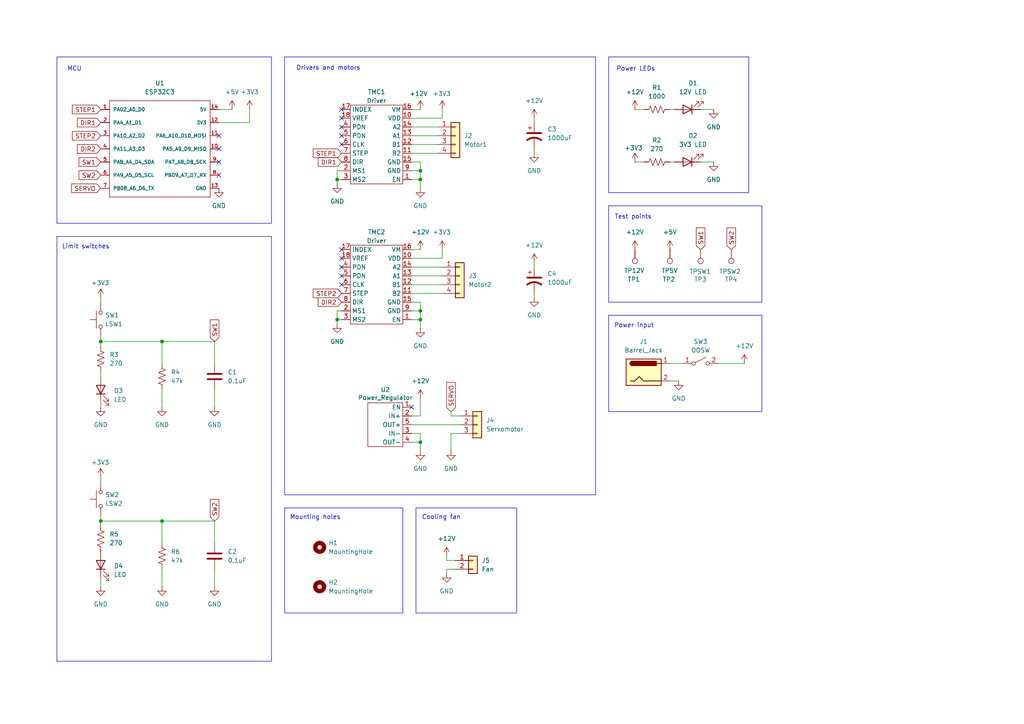
<source format=kicad_sch>
(kicad_sch (version 20250114) (generator "eeschema") (generator_version "9.0")
  (paper "A4")
  (title_block (title "CNChess") (date "2026-01-14") (rev "0") (company "Team 2") (comment 1 "Celeste-Lyi Martel") (comment 2 "Julien St-Jean"))
  (lib_symbols
    (symbol "CNChess:ESP32C3" (pin_names (offset 1.016))
      (property "Reference" "U" (at -21.59 15.24 0))
      (property "Value" "ESP32C3" (at -21.59 13.97 0))
      (symbol "ESP32C3_0_0"
        (polyline (pts (xy -15.24 13.97) (xy 13.97 13.97)) (stroke (width 0.1524)))
        (polyline (pts (xy -15.24 11.43) (xy -16.51 11.43)) (stroke (width 0.1524)))
        (polyline (pts (xy -15.24 11.43) (xy -15.24 13.97)) (stroke (width 0.1524)))
        (polyline (pts (xy -15.24 7.62) (xy -16.51 7.62)) (stroke (width 0.1524)))
        (polyline (pts (xy -15.24 7.62) (xy -15.24 11.43)) (stroke (width 0.1524)))
        (polyline (pts (xy -15.24 3.81) (xy -16.51 3.81)) (stroke (width 0.1524)))
        (polyline (pts (xy -15.24 3.81) (xy -15.24 7.62)) (stroke (width 0.1524)))
        (polyline (pts (xy -15.24 0) (xy -16.51 0)) (stroke (width 0.1524)))
        (polyline (pts (xy -15.24 0) (xy -15.24 3.81)) (stroke (width 0.1524)))
        (polyline (pts (xy -15.24 -3.81) (xy -16.51 -3.81)) (stroke (width 0.1524)))
        (polyline (pts (xy -15.24 -7.62) (xy -16.51 -7.62)) (stroke (width 0.1524)))
        (polyline (pts (xy -15.24 -11.43) (xy -16.51 -11.43)) (stroke (width 0.1524)))
        (polyline (pts (xy -15.24 -13.97) (xy -15.24 0)) (stroke (width 0.1524)))
        (polyline (pts (xy 13.97 13.97) (xy 13.97 11.43)) (stroke (width 0.1524)))
        (polyline (pts (xy 13.97 11.43) (xy 13.97 7.62)) (stroke (width 0.1524)))
        (polyline (pts (xy 13.97 7.62) (xy 13.97 3.81)) (stroke (width 0.1524)))
        (polyline (pts (xy 13.97 3.81) (xy 13.97 -13.97)) (stroke (width 0.1524)))
        (polyline (pts (xy 13.97 -13.97) (xy -15.24 -13.97)) (stroke (width 0.1524)))
        (polyline (pts (xy 15.24 11.43) (xy 13.97 11.43)) (stroke (width 0.1524)))
        (polyline (pts (xy 15.24 7.62) (xy 13.97 7.62)) (stroke (width 0.1524)))
        (polyline (pts (xy 15.24 3.81) (xy 13.97 3.81)) (stroke (width 0.1524)))
        (polyline (pts (xy 15.24 0) (xy 13.97 0)) (stroke (width 0.1524)))
        (polyline (pts (xy 15.24 -3.81) (xy 13.97 -3.81)) (stroke (width 0.1524)))
        (polyline (pts (xy 15.24 -7.62) (xy 13.97 -7.62)) (stroke (width 0.1524)))
        (polyline (pts (xy 15.24 -11.43) (xy 13.97 -11.43)) (stroke (width 0.1524)))
        (pin bidirectional line (at -17.78 11.43 0) (length 2.54) (name "PA02_A0_D0") (number "1"))
        (pin bidirectional line (at -17.78 7.62 0) (length 2.54) (name "PA4_A1_D1") (number "2"))
        (pin bidirectional line (at -17.78 3.81 0) (length 2.54) (name "PA10_A2_D2") (number "3"))
        (pin bidirectional line (at -17.78 0 0) (length 2.54) (name "PA11_A3_D3") (number "4"))
        (pin bidirectional line (at -17.78 -3.81 0) (length 2.54) (name "PA8_A4_D4_SDA") (number "5"))
        (pin bidirectional line (at -17.78 -7.62 0) (length 2.54) (name "PA9_A5_D5_SCL") (number "6"))
        (pin bidirectional line (at -17.78 -11.43 0) (length 2.54) (name "PB08_A6_D6_TX") (number "7"))
        (pin bidirectional line (at 16.51 11.43 180) (length 2.54) (name "5V") (number "14"))
        (pin bidirectional line (at 16.51 3.81 180) (length 2.54) (name "PA6_A10_D10_MOSI") (number "11"))
        (pin bidirectional line (at 16.51 0 180) (length 2.54) (name "PA5_A9_D9_MISO") (number "10"))
        (pin bidirectional line (at 16.51 -3.81 180) (length 2.54) (name "PA7_A8_D8_SCK") (number "9"))
        (pin bidirectional line (at 16.51 -7.62 180) (length 2.54) (name "PB09_A7_D7_RX") (number "8"))
      )
      (symbol "ESP32C3_1_0"
        (pin power_out line (at 16.51 7.62 180) (length 2.54) (name "3V3") (number "12"))
        (pin power_in line (at 16.51 -11.43 180) (length 2.54) (name "GND") (number "13"))
      )
    )
    (symbol "CNChess:REG"
      (property "Reference" "U" (at -3.048 4.318 0))
      (symbol "REG_0_1"
        (rectangle (start -5.08 6.35) (end 5.08 -6.35))
      )
      (symbol "REG_1_1"
        (pin input line (at 7.62 5.08 180) (length 2.54) (name "EN") (number "1"))
        (pin input line (at 7.62 2.54 180) (length 2.54) (name "IN+") (number "2"))
        (pin output line (at 7.62 0 180) (length 2.54) (name "OUT+") (number "5"))
        (pin input line (at 7.62 -2.54 180) (length 2.54) (name "IN-") (number "3"))
        (pin output line (at 7.62 -5.08 180) (length 2.54) (name "OUT-") (number "4"))
      )
    )
    (symbol "CNChess:TMC2209"
      (property "Reference" "TMC2209" (at 0 -6.096 90))
      (symbol "TMC2209_0_1"
        (rectangle (start -7.62 5.08) (end 7.62 -17.78))
      )
      (symbol "TMC2209_1_1"
        (pin input line (at -10.16 3.81 0) (length 2.54) (name "INDEX") (number "17"))
        (pin input line (at -10.16 1.27 0) (length 2.54) (name "VREF") (number "18"))
        (pin bidirectional line (at -10.16 -1.27 0) (length 2.54) (name "PDN") (number "4"))
        (pin bidirectional line (at -10.16 -3.81 0) (length 2.54) (name "PDN") (number "5"))
        (pin input line (at -10.16 -6.35 0) (length 2.54) (name "CLK") (number "6"))
        (pin input line (at -10.16 -8.89 0) (length 2.54) (name "STEP") (number "7"))
        (pin input line (at -10.16 -11.43 0) (length 2.54) (name "DIR") (number "8"))
        (pin input line (at -10.16 -13.97 0) (length 2.54) (name "MS1") (number "2"))
        (pin input line (at -10.16 -16.51 0) (length 2.54) (name "MS2") (number "3"))
        (pin power_in line (at 10.16 3.81 180) (length 2.54) (name "VM") (number "16"))
        (pin power_in line (at 10.16 1.27 180) (length 2.54) (name "VDD") (number "10"))
        (pin passive line (at 10.16 -1.27 180) (length 2.54) (name "A2") (number "14"))
        (pin passive line (at 10.16 -3.81 180) (length 2.54) (name "A1") (number "13"))
        (pin passive line (at 10.16 -6.35 180) (length 2.54) (name "B1") (number "12"))
        (pin passive line (at 10.16 -8.89 180) (length 2.54) (name "B2") (number "11"))
        (pin power_in line (at 10.16 -11.43 180) (length 2.54) (name "GND") (number "15"))
        (pin power_in line (at 10.16 -13.97 180) (length 2.54) (name "GND") (number "9"))
        (pin input line (at 10.16 -16.51 180) (length 2.54) (name "EN") (number "1"))
      )
    )
    (symbol "Connector:Barrel_Jack" (pin_names (offset 1.016))
      (property "Reference" "J" (at 0 5.334 0))
      (property "Value" "Barrel_Jack" (at 0 -5.08 0))
      (symbol "Barrel_Jack_0_1"
        (rectangle (start -5.08 3.81) (end 5.08 -3.81) (stroke (width 0.254)) (fill (type background)))
        (polyline (pts (xy -3.81 -2.54) (xy -2.54 -2.54) (xy -1.27 -1.27) (xy 0 -2.54) (xy 2.54 -2.54) (xy 5.08 -2.54)) (stroke (width 0.254)))
        (arc (start -3.302 1.905) (mid -3.9343 2.54) (end -3.302 3.175) (stroke (width 0.254)))
        (arc (start -3.302 1.905) (mid -3.9343 2.54) (end -3.302 3.175) (stroke (width 0.254)) (fill (type outline)))
        (rectangle (start 3.683 3.175) (end -3.302 1.905) (stroke (width 0.254)) (fill (type outline)))
        (polyline (pts (xy 5.08 2.54) (xy 3.81 2.54)) (stroke (width 0.254)))
      )
      (symbol "Barrel_Jack_1_1"
        (pin passive line (at 7.62 2.54 180) (length 2.54) (name "~") (number "1"))
        (pin passive line (at 7.62 -2.54 180) (length 2.54) (name "~") (number "2"))
      )
    )
    (symbol "Connector:TestPoint" (pin_numbers (hide yes)) (pin_names (offset 0.762) (hide yes))
      (property "Reference" "TP" (at 0 6.858 0))
      (property "Value" "TestPoint" (at 0 5.08 0))
      (symbol "TestPoint_0_1"
        (circle (center 0 3.302) (radius 0.762))
      )
      (symbol "TestPoint_1_1"
        (pin passive line (at 0 0 90) (length 2.54) (name "1") (number "1"))
      )
    )
    (symbol "Connector_Generic:Conn_01x02" (pin_names (offset 1.016) (hide yes))
      (property "Reference" "J" (at 0 2.54 0))
      (property "Value" "Conn_01x02" (at 0 -5.08 0))
      (symbol "Conn_01x02_1_1"
        (rectangle (start -1.27 1.27) (end 1.27 -3.81) (stroke (width 0.254)) (fill (type background)))
        (rectangle (start -1.27 0.127) (end 0 -0.127) (stroke (width 0.1524)))
        (rectangle (start -1.27 -2.413) (end 0 -2.667) (stroke (width 0.1524)))
        (pin passive line (at -5.08 0 0) (length 3.81) (name "Pin_1") (number "1"))
        (pin passive line (at -5.08 -2.54 0) (length 3.81) (name "Pin_2") (number "2"))
      )
    )
    (symbol "Connector_Generic:Conn_01x03" (pin_names (offset 1.016) (hide yes))
      (property "Reference" "J" (at 0 5.08 0))
      (property "Value" "Conn_01x03" (at 0 -5.08 0))
      (symbol "Conn_01x03_1_1"
        (rectangle (start -1.27 3.81) (end 1.27 -3.81) (stroke (width 0.254)) (fill (type background)))
        (rectangle (start -1.27 2.667) (end 0 2.413) (stroke (width 0.1524)))
        (rectangle (start -1.27 0.127) (end 0 -0.127) (stroke (width 0.1524)))
        (rectangle (start -1.27 -2.413) (end 0 -2.667) (stroke (width 0.1524)))
        (pin passive line (at -5.08 2.54 0) (length 3.81) (name "Pin_1") (number "1"))
        (pin passive line (at -5.08 0 0) (length 3.81) (name "Pin_2") (number "2"))
        (pin passive line (at -5.08 -2.54 0) (length 3.81) (name "Pin_3") (number "3"))
      )
    )
    (symbol "Connector_Generic:Conn_01x04" (pin_names (offset 1.016) (hide yes))
      (property "Reference" "J" (at 0 5.08 0))
      (property "Value" "Conn_01x04" (at 0 -7.62 0))
      (symbol "Conn_01x04_1_1"
        (rectangle (start -1.27 3.81) (end 1.27 -6.35) (stroke (width 0.254)) (fill (type background)))
        (rectangle (start -1.27 2.667) (end 0 2.413) (stroke (width 0.1524)))
        (rectangle (start -1.27 0.127) (end 0 -0.127) (stroke (width 0.1524)))
        (rectangle (start -1.27 -2.413) (end 0 -2.667) (stroke (width 0.1524)))
        (rectangle (start -1.27 -4.953) (end 0 -5.207) (stroke (width 0.1524)))
        (pin passive line (at -5.08 2.54 0) (length 3.81) (name "Pin_1") (number "1"))
        (pin passive line (at -5.08 0 0) (length 3.81) (name "Pin_2") (number "2"))
        (pin passive line (at -5.08 -2.54 0) (length 3.81) (name "Pin_3") (number "3"))
        (pin passive line (at -5.08 -5.08 0) (length 3.81) (name "Pin_4") (number "4"))
      )
    )
    (symbol "Device:C" (pin_numbers (hide yes)) (pin_names (offset 0.254))
      (property "Reference" "C" (at 0.635 2.54 0))
      (property "Value" "C" (at 0.635 -2.54 0))
      (symbol "C_0_1"
        (polyline (pts (xy -2.032 0.762) (xy 2.032 0.762)) (stroke (width 0.508)))
        (polyline (pts (xy -2.032 -0.762) (xy 2.032 -0.762)) (stroke (width 0.508)))
      )
      (symbol "C_1_1"
        (pin passive line (at 0 3.81 270) (length 2.794) (name "~") (number "1"))
        (pin passive line (at 0 -3.81 90) (length 2.794) (name "~") (number "2"))
      )
    )
    (symbol "Device:C_Polarized_US" (pin_numbers (hide yes)) (pin_names (offset 0.254) (hide yes))
      (property "Reference" "C" (at 0.635 2.54 0))
      (property "Value" "C_Polarized_US" (at 0.635 -2.54 0))
      (symbol "C_Polarized_US_0_1"
        (polyline (pts (xy -2.032 0.762) (xy 2.032 0.762)) (stroke (width 0.508)))
        (polyline (pts (xy -1.778 2.286) (xy -0.762 2.286)))
        (polyline (pts (xy -1.27 1.778) (xy -1.27 2.794)))
        (arc (start -2.032 -1.27) (mid 0 -0.5572) (end 2.032 -1.27) (stroke (width 0.508)))
      )
      (symbol "C_Polarized_US_1_1"
        (pin passive line (at 0 3.81 270) (length 2.794) (name "~") (number "1"))
        (pin passive line (at 0 -3.81 90) (length 3.302) (name "~") (number "2"))
      )
    )
    (symbol "Device:LED" (pin_numbers (hide yes)) (pin_names (offset 1.016) (hide yes))
      (property "Reference" "D" (at 0 2.54 0))
      (property "Value" "LED" (at 0 -2.54 0))
      (symbol "LED_0_1"
        (polyline (pts (xy -3.048 -0.762) (xy -4.572 -2.286) (xy -3.81 -2.286) (xy -4.572 -2.286) (xy -4.572 -1.524)))
        (polyline (pts (xy -1.778 -0.762) (xy -3.302 -2.286) (xy -2.54 -2.286) (xy -3.302 -2.286) (xy -3.302 -1.524)))
        (polyline (pts (xy -1.27 0) (xy 1.27 0)))
        (polyline (pts (xy -1.27 -1.27) (xy -1.27 1.27)) (stroke (width 0.254)))
        (polyline (pts (xy 1.27 -1.27) (xy 1.27 1.27) (xy -1.27 0) (xy 1.27 -1.27)) (stroke (width 0.254)))
      )
      (symbol "LED_1_1"
        (pin passive line (at -3.81 0 0) (length 2.54) (name "K") (number "1"))
        (pin passive line (at 3.81 0 180) (length 2.54) (name "A") (number "2"))
      )
    )
    (symbol "Device:R_US" (pin_numbers (hide yes)) (pin_names (offset 0))
      (property "Reference" "R" (at 2.54 0 90))
      (property "Value" "R_US" (at -2.54 0 90))
      (symbol "R_US_0_1"
        (polyline (pts (xy 0 2.286) (xy 0 2.54)))
        (polyline (pts (xy 0 2.286) (xy 1.016 1.905) (xy 0 1.524) (xy -1.016 1.143) (xy 0 0.762)))
        (polyline (pts (xy 0 0.762) (xy 1.016 0.381) (xy 0 0) (xy -1.016 -0.381) (xy 0 -0.762)))
        (polyline (pts (xy 0 -0.762) (xy 1.016 -1.143) (xy 0 -1.524) (xy -1.016 -1.905) (xy 0 -2.286)))
        (polyline (pts (xy 0 -2.286) (xy 0 -2.54)))
      )
      (symbol "R_US_1_1"
        (pin passive line (at 0 3.81 270) (length 1.27) (name "~") (number "1"))
        (pin passive line (at 0 -3.81 90) (length 1.27) (name "~") (number "2"))
      )
    )
    (symbol "Mechanical:MountingHole" (pin_names (offset 1.016)) (exclude_from_sim yes) (in_bom no)
      (property "Reference" "H" (at 0 5.08 0))
      (property "Value" "MountingHole" (at 0 3.175 0))
      (symbol "MountingHole_0_1"
        (circle (center 0 0) (radius 1.27) (stroke (width 1.27)))
      )
    )
    (symbol "Switch:SW_Push" (pin_numbers (hide yes)) (pin_names (offset 1.016) (hide yes))
      (property "Reference" "SW" (at 1.27 2.54 0))
      (property "Value" "SW_Push" (at 0 -1.524 0))
      (symbol "SW_Push_0_1"
        (circle (center -2.032 0) (radius 0.508))
        (polyline (pts (xy 0 1.27) (xy 0 3.048)))
        (circle (center 2.032 0) (radius 0.508))
        (polyline (pts (xy 2.54 1.27) (xy -2.54 1.27)))
        (pin passive line (at -5.08 0 0) (length 2.54) (name "1") (number "1"))
        (pin passive line (at 5.08 0 180) (length 2.54) (name "2") (number "2"))
      )
    )
    (symbol "Switch:SW_SPST" (pin_names (offset 0) (hide yes))
      (property "Reference" "SW" (at 0 3.175 0))
      (property "Value" "SW_SPST" (at 0 -2.54 0))
      (symbol "SW_SPST_0_0"
        (circle (center -2.032 0) (radius 0.508))
        (polyline (pts (xy -1.524 0.254) (xy 1.524 1.778)))
        (circle (center 2.032 0) (radius 0.508))
      )
      (symbol "SW_SPST_1_1"
        (pin passive line (at -5.08 0 0) (length 2.54) (name "A") (number "1"))
        (pin passive line (at 5.08 0 180) (length 2.54) (name "B") (number "2"))
      )
    )
    (symbol "TMC2209_1"
      (property "Reference" "TMC2209" (at 0 -6.096 90))
      (symbol "TMC2209_1_0_1"
        (rectangle (start -7.62 5.08) (end 7.62 -17.78))
      )
      (symbol "TMC2209_1_1_1"
        (pin input line (at -10.16 3.81 0) (length 2.54) (name "INDEX") (number "17"))
        (pin input line (at -10.16 1.27 0) (length 2.54) (name "VREF") (number "18"))
        (pin bidirectional line (at -10.16 -1.27 0) (length 2.54) (name "PDN") (number "4"))
        (pin bidirectional line (at -10.16 -3.81 0) (length 2.54) (name "PDN") (number "5"))
        (pin input line (at -10.16 -6.35 0) (length 2.54) (name "CLK") (number "6"))
        (pin input line (at -10.16 -8.89 0) (length 2.54) (name "STEP") (number "7"))
        (pin input line (at -10.16 -11.43 0) (length 2.54) (name "DIR") (number "8"))
        (pin input line (at -10.16 -13.97 0) (length 2.54) (name "MS1") (number "2"))
        (pin input line (at -10.16 -16.51 0) (length 2.54) (name "MS2") (number "3"))
        (pin power_in line (at 10.16 3.81 180) (length 2.54) (name "VM") (number "16"))
        (pin power_in line (at 10.16 1.27 180) (length 2.54) (name "VDD") (number "10"))
        (pin passive line (at 10.16 -1.27 180) (length 2.54) (name "A2") (number "14"))
        (pin passive line (at 10.16 -3.81 180) (length 2.54) (name "A1") (number "13"))
        (pin passive line (at 10.16 -6.35 180) (length 2.54) (name "B1") (number "12"))
        (pin passive line (at 10.16 -8.89 180) (length 2.54) (name "B2") (number "11"))
        (pin power_in line (at 10.16 -11.43 180) (length 2.54) (name "GND") (number "15"))
        (pin power_in line (at 10.16 -13.97 180) (length 2.54) (name "GND") (number "9"))
        (pin input line (at 10.16 -16.51 180) (length 2.54) (name "EN") (number "1"))
      )
    )
    (symbol "power:+5V" (power) (pin_numbers (hide yes)) (pin_names (offset 0) (hide yes))
      (property "Value" "+5V" (at 0 3.556 0))
      (symbol "+5V_0_1"
        (polyline (pts (xy -0.762 1.27) (xy 0 2.54)))
        (polyline (pts (xy 0 2.54) (xy 0.762 1.27)))
        (polyline (pts (xy 0 0) (xy 0 2.54)))
      )
      (symbol "+5V_1_1"
        (pin power_in line (at 0 0 90) (length 0) (name "~") (number "1"))
      )
    )
    (symbol "power:GND" (power) (pin_numbers (hide yes)) (pin_names (offset 0) (hide yes))
      (property "Value" "GND" (at 0 -3.81 0))
      (symbol "GND_0_1"
        (polyline (pts (xy 0 0) (xy 0 -1.27) (xy 1.27 -1.27) (xy 0 -2.54) (xy -1.27 -1.27) (xy 0 -1.27)))
      )
      (symbol "GND_1_1"
        (pin power_in line (at 0 0 270) (length 0) (name "~") (number "1"))
      )
    )
  )
  (rectangle (start 176.53 59.69) (end 220.98 87.63))
  (rectangle (start 16.51 16.51) (end 78.74 64.77))
  (rectangle (start 16.51 68.58) (end 78.74 191.77))
  (rectangle (start 82.55 16.51) (end 172.72 143.51))
  (rectangle (start 120.65 147.32) (end 149.86 177.8))
  (rectangle (start 176.53 16.51) (end 217.17 55.88))
  (rectangle (start 82.55 147.32) (end 116.84 177.8))
  (rectangle (start 176.53 91.44) (end 220.98 119.38))
  (text "Limit switches" (at 24.892 71.628 0) (effects (font (size 1.27 1.27))))
  (text "Mounting holes" (at 91.44 150.114 0) (effects (font (size 1.27 1.27))))
  (text "Drivers and motors" (at 95.25 19.812 0) (effects (font (size 1.27 1.27))))
  (text "Cooling fan" (at 128.016 150.114 0) (effects (font (size 1.27 1.27))))
  (text "Test points" (at 183.642 62.992 0) (effects (font (size 1.27 1.27))))
  (text "MCU" (at 21.59 20.066 0) (effects (font (size 1.27 1.27))))
  (text "Power LEDs" (at 184.404 20.066 0) (effects (font (size 1.27 1.27))))
  (text "Power input" (at 183.896 94.488 0) (effects (font (size 1.27 1.27))))
  (junction (at 29.21 99.06))
  (junction (at 46.99 99.06))
  (junction (at 121.92 92.71))
  (junction (at 121.92 52.07))
  (junction (at 121.92 128.27))
  (junction (at 97.79 52.07))
  (junction (at 46.99 151.13))
  (junction (at 97.79 92.71))
  (junction (at 29.21 151.13))
  (junction (at 121.92 90.17))
  (junction (at 121.92 49.53))
  (no_connect (at 99.06 72.39))
  (no_connect (at 99.06 82.55))
  (no_connect (at 99.06 39.37))
  (no_connect (at 63.5 43.18))
  (no_connect (at 63.5 46.99))
  (no_connect (at 119.38 118.11))
  (no_connect (at 63.5 50.8))
  (no_connect (at 63.5 39.37))
  (no_connect (at 99.06 34.29))
  (no_connect (at 99.06 36.83))
  (no_connect (at 99.06 80.01))
  (no_connect (at 99.06 31.75))
  (no_connect (at 99.06 77.47))
  (no_connect (at 99.06 74.93))
  (no_connect (at 99.06 41.91))
  (wire (pts (xy 119.38 72.39) (xy 121.92 72.39)))
  (wire (pts (xy 119.38 49.53) (xy 121.92 49.53)))
  (wire (pts (xy 97.79 90.17) (xy 97.79 92.71)))
  (wire (pts (xy 46.99 113.03) (xy 46.99 118.11)))
  (wire (pts (xy 121.92 115.57) (xy 121.92 120.65)))
  (wire (pts (xy 121.92 87.63) (xy 121.92 90.17)))
  (wire (pts (xy 29.21 99.06) (xy 46.99 99.06)))
  (wire (pts (xy 119.38 36.83) (xy 127 36.83)))
  (wire (pts (xy 184.15 46.99) (xy 186.69 46.99)))
  (wire (pts (xy 121.92 125.73) (xy 121.92 128.27)))
  (wire (pts (xy 97.79 52.07) (xy 99.06 52.07)))
  (wire (pts (xy 99.06 90.17) (xy 97.79 90.17)))
  (wire (pts (xy 132.08 162.56) (xy 129.54 162.56)))
  (wire (pts (xy 72.39 31.75) (xy 72.39 35.56)))
  (wire (pts (xy 46.99 151.13) (xy 62.23 151.13)))
  (wire (pts (xy 119.38 90.17) (xy 121.92 90.17)))
  (wire (pts (xy 46.99 165.1) (xy 46.99 170.18)))
  (wire (pts (xy 119.38 31.75) (xy 121.92 31.75)))
  (wire (pts (xy 130.81 130.81) (xy 130.81 125.73)))
  (wire (pts (xy 207.01 31.75) (xy 203.2 31.75)))
  (wire (pts (xy 128.27 74.93) (xy 119.38 74.93)))
  (wire (pts (xy 194.31 105.41) (xy 198.12 105.41)))
  (wire (pts (xy 121.92 128.27) (xy 121.92 130.81)))
  (wire (pts (xy 121.92 46.99) (xy 121.92 49.53)))
  (wire (pts (xy 62.23 165.1) (xy 62.23 170.18)))
  (wire (pts (xy 63.5 31.75) (xy 67.31 31.75)))
  (wire (pts (xy 119.38 44.45) (xy 127 44.45)))
  (wire (pts (xy 130.81 120.65) (xy 133.35 120.65)))
  (wire (pts (xy 121.92 52.07) (xy 121.92 54.61)))
  (wire (pts (xy 29.21 99.06) (xy 29.21 100.33)))
  (wire (pts (xy 97.79 52.07) (xy 97.79 53.34)))
  (wire (pts (xy 119.38 39.37) (xy 127 39.37)))
  (wire (pts (xy 128.27 72.39) (xy 128.27 74.93)))
  (wire (pts (xy 184.15 31.75) (xy 186.69 31.75)))
  (wire (pts (xy 129.54 165.1) (xy 129.54 166.37)))
  (wire (pts (xy 62.23 113.03) (xy 62.23 118.11)))
  (wire (pts (xy 119.38 80.01) (xy 128.27 80.01)))
  (wire (pts (xy 46.99 105.41) (xy 46.99 99.06)))
  (wire (pts (xy 97.79 92.71) (xy 99.06 92.71)))
  (wire (pts (xy 29.21 109.22) (xy 29.21 107.95)))
  (wire (pts (xy 99.06 49.53) (xy 97.79 49.53)))
  (wire (pts (xy 29.21 116.84) (xy 29.21 118.11)))
  (wire (pts (xy 29.21 149.86) (xy 29.21 151.13)))
  (wire (pts (xy 72.39 35.56) (xy 63.5 35.56)))
  (wire (pts (xy 46.99 99.06) (xy 62.23 99.06)))
  (wire (pts (xy 208.28 105.41) (xy 215.9 105.41)))
  (wire (pts (xy 132.08 165.1) (xy 129.54 165.1)))
  (wire (pts (xy 46.99 157.48) (xy 46.99 151.13)))
  (wire (pts (xy 130.81 119.38) (xy 130.81 120.65)))
  (wire (pts (xy 121.92 49.53) (xy 121.92 52.07)))
  (wire (pts (xy 62.23 151.13) (xy 62.23 157.48)))
  (wire (pts (xy 119.38 125.73) (xy 121.92 125.73)))
  (wire (pts (xy 194.31 31.75) (xy 195.58 31.75)))
  (wire (pts (xy 29.21 151.13) (xy 46.99 151.13)))
  (wire (pts (xy 154.94 76.2) (xy 154.94 77.47)))
  (wire (pts (xy 119.38 128.27) (xy 121.92 128.27)))
  (wire (pts (xy 119.38 41.91) (xy 127 41.91)))
  (wire (pts (xy 194.31 46.99) (xy 195.58 46.99)))
  (wire (pts (xy 119.38 52.07) (xy 121.92 52.07)))
  (wire (pts (xy 128.27 34.29) (xy 119.38 34.29)))
  (wire (pts (xy 29.21 86.36) (xy 29.21 87.63)))
  (wire (pts (xy 119.38 82.55) (xy 128.27 82.55)))
  (wire (pts (xy 154.94 86.36) (xy 154.94 85.09)))
  (wire (pts (xy 194.31 110.49) (xy 196.85 110.49)))
  (wire (pts (xy 29.21 97.79) (xy 29.21 99.06)))
  (wire (pts (xy 97.79 49.53) (xy 97.79 52.07)))
  (wire (pts (xy 62.23 99.06) (xy 62.23 105.41)))
  (wire (pts (xy 119.38 92.71) (xy 121.92 92.71)))
  (wire (pts (xy 119.38 77.47) (xy 128.27 77.47)))
  (wire (pts (xy 97.79 92.71) (xy 97.79 93.98)))
  (wire (pts (xy 121.92 92.71) (xy 121.92 95.25)))
  (wire (pts (xy 119.38 123.19) (xy 133.35 123.19)))
  (wire (pts (xy 154.94 44.45) (xy 154.94 43.18)))
  (wire (pts (xy 29.21 151.13) (xy 29.21 152.4)))
  (wire (pts (xy 119.38 120.65) (xy 121.92 120.65)))
  (wire (pts (xy 154.94 34.29) (xy 154.94 35.56)))
  (wire (pts (xy 128.27 31.75) (xy 128.27 34.29)))
  (wire (pts (xy 29.21 138.43) (xy 29.21 139.7)))
  (wire (pts (xy 29.21 167.64) (xy 29.21 170.18)))
  (wire (pts (xy 119.38 85.09) (xy 128.27 85.09)))
  (wire (pts (xy 207.01 46.99) (xy 203.2 46.99)))
  (wire (pts (xy 119.38 46.99) (xy 121.92 46.99)))
  (wire (pts (xy 129.54 162.56) (xy 129.54 161.29)))
  (wire (pts (xy 121.92 90.17) (xy 121.92 92.71)))
  (wire (pts (xy 119.38 87.63) (xy 121.92 87.63)))
  (wire (pts (xy 130.81 125.73) (xy 133.35 125.73)))
  (global_label "STEP1" (shape input) (at 29.21 31.75 180) (property "Intersheetrefs" "${INTERSHEET_REFS}" (effects (hide yes))))
  (global_label "DIR2" (shape input) (at 29.21 43.18 180) (property "Intersheetrefs" "${INTERSHEET_REFS}" (effects (hide yes))))
  (global_label "SW1" (shape input) (at 29.21 46.99 180) (property "Intersheetrefs" "${INTERSHEET_REFS}" (effects (hide yes))))
  (global_label "SW1" (shape input) (at 203.2 72.39 90) (property "Intersheetrefs" "${INTERSHEET_REFS}" (effects (hide yes))))
  (global_label "SW1" (shape input) (at 62.23 99.06 90) (property "Intersheetrefs" "${INTERSHEET_REFS}" (effects (hide yes))))
  (global_label "STEP1" (shape input) (at 99.06 44.45 180) (property "Intersheetrefs" "${INTERSHEET_REFS}" (effects (hide yes))))
  (global_label "SERVO" (shape input) (at 29.21 54.61 180) (property "Intersheetrefs" "${INTERSHEET_REFS}" (effects (hide yes))))
  (global_label "SW2" (shape input) (at 62.23 151.13 90) (property "Intersheetrefs" "${INTERSHEET_REFS}" (effects (hide yes))))
  (global_label "SERVO" (shape input) (at 130.81 119.38 90) (property "Intersheetrefs" "${INTERSHEET_REFS}" (effects (hide yes))))
  (global_label "DIR2" (shape input) (at 99.06 87.63 180) (property "Intersheetrefs" "${INTERSHEET_REFS}" (effects (hide yes))))
  (global_label "DIR1" (shape input) (at 99.06 46.99 180) (property "Intersheetrefs" "${INTERSHEET_REFS}" (effects (hide yes))))
  (global_label "SW2" (shape input) (at 212.09 72.39 90) (property "Intersheetrefs" "${INTERSHEET_REFS}" (effects (hide yes))))
  (global_label "STEP2" (shape input) (at 29.21 39.37 180) (property "Intersheetrefs" "${INTERSHEET_REFS}" (effects (hide yes))))
  (global_label "DIR1" (shape input) (at 29.21 35.56 180) (property "Intersheetrefs" "${INTERSHEET_REFS}" (effects (hide yes))))
  (global_label "SW2" (shape input) (at 29.21 50.8 180) (property "Intersheetrefs" "${INTERSHEET_REFS}" (effects (hide yes))))
  (global_label "STEP2" (shape input) (at 99.06 85.09 180) (property "Intersheetrefs" "${INTERSHEET_REFS}" (effects (hide yes))))
  (symbol (lib_id "Mechanical:MountingHole") (at 92.71 170.18 0) (unit 1) (exclude_from_sim yes) (in_bom no)
    (property "Reference" "H2" (at 95.25 168.9099 0) (effects (justify left)))
    (property "Value" "MountingHole" (at 95.25 171.4499 0) (effects (justify left)))
    (property "Footprint" "MountingHole:MountingHole_3.2mm_M3_Pad" (effects (hide yes)))
    (property "Description" "Mounting Hole without connection" (effects (hide yes)))
  )
  (symbol (lib_id "Connector:TestPoint") (at 203.2 72.39 180) (unit 1)
    (property "Reference" "TP3" (at 204.978 81.026 0) (effects (justify left)))
    (property "Value" "TPSW1" (at 206.248 78.74 0) (effects (justify left)))
    (property "Footprint" "TestPoint:TestPoint_Pad_D1.5mm" (effects (hide yes)))
    (property "Description" "test point" (effects (hide yes)))
  )
  (symbol (lib_id "power:+5V") (at 154.94 34.29 0) (unit 1)
    (property "Reference" "#PWR020" (effects (hide yes)))
    (property "Value" "+12V" (at 154.94 29.21 0))
    (property "Description" "Power symbol creates a global label with name \"+5V\"" (effects (hide yes)))
  )
  (symbol (lib_id "power:+5V") (at 184.15 72.39 0) (unit 1)
    (property "Reference" "#PWR012" (effects (hide yes)))
    (property "Value" "+12V" (at 184.15 67.31 0))
    (property "Description" "Power symbol creates a global label with name \"+5V\"" (effects (hide yes)))
  )
  (symbol (lib_id "Connector:TestPoint") (at 194.31 72.39 180) (unit 1)
    (property "Reference" "TP2" (at 195.834 81.026 0) (effects (justify left)))
    (property "Value" "TP5V" (at 196.596 78.486 0) (effects (justify left)))
    (property "Footprint" "TestPoint:TestPoint_Pad_D1.5mm" (effects (hide yes)))
    (property "Description" "test point" (effects (hide yes)))
  )
  (symbol (lib_id "Device:LED") (at 29.21 163.83 90) (unit 1)
    (property "Reference" "D4" (at 33.02 164.1474 90) (effects (justify right)))
    (property "Value" "LED" (at 33.02 166.6874 90) (effects (justify right)))
    (property "Footprint" "Connector_JST:JST_XH_B2B-XH-A_1x02_P2.50mm_Vertical" (effects (hide yes)))
    (property "Description" "Light emitting diode" (effects (hide yes)))
    (property "Sim.Pins" "1=K 2=A" (effects (hide yes)))
  )
  (symbol (lib_id "power:+5V") (at 121.92 115.57 0) (unit 1)
    (property "Reference" "#PWR025" (effects (hide yes)))
    (property "Value" "+12V" (at 121.92 110.49 0))
    (property "Description" "Power symbol creates a global label with name \"+5V\"" (effects (hide yes)))
  )
  (symbol (lib_id "power:+5V") (at 184.15 31.75 0) (unit 1)
    (property "Reference" "#PWR02" (effects (hide yes)))
    (property "Value" "+12V" (at 184.15 26.67 0))
    (property "Description" "Power symbol creates a global label with name \"+5V\"" (effects (hide yes)))
  )
  (symbol (lib_id "Connector:TestPoint") (at 212.09 72.39 180) (unit 1)
    (property "Reference" "TP4" (at 213.868 81.026 0) (effects (justify left)))
    (property "Value" "TPSW2" (at 214.884 78.74 0) (effects (justify left)))
    (property "Footprint" "TestPoint:TestPoint_Pad_D1.5mm" (effects (hide yes)))
    (property "Description" "test point" (effects (hide yes)))
  )
  (symbol (lib_id "power:+5V") (at 128.27 31.75 0) (unit 1)
    (property "Reference" "#PWR022" (effects (hide yes)))
    (property "Value" "+3V3" (at 125.476 27.178 0) (effects (justify left)))
    (property "Description" "Power symbol creates a global label with name \"+5V\"" (effects (hide yes)))
  )
  (symbol (lib_id "Device:C") (at 62.23 109.22 0) (unit 1)
    (property "Reference" "C1" (at 66.04 107.9499 0) (effects (justify left)))
    (property "Value" "0.1uF" (at 66.04 110.4899 0) (effects (justify left)))
    (property "Footprint" "CNChess_footprints:CAP0_1u" (effects (hide yes)))
    (property "Description" "Unpolarized capacitor" (effects (hide yes)))
  )
  (symbol (lib_id "Device:R_US") (at 29.21 156.21 180) (unit 1)
    (property "Reference" "R5" (at 31.75 154.9399 0) (effects (justify right)))
    (property "Value" "270" (at 31.75 157.4799 0) (effects (justify right)))
    (property "Footprint" "Resistor_THT:R_Axial_DIN0204_L3.6mm_D1.6mm_P5.08mm_Horizontal" (effects (hide yes)))
    (property "Description" "Resistor, US symbol" (effects (hide yes)))
  )
  (symbol (lib_id "CNChess:TMC2209") (at 109.22 76.2 0) (unit 1)
    (property "Reference" "TMC2" (at 109.22 67.31 0))
    (property "Value" "Driver" (at 109.22 69.85 0))
    (property "Footprint" "CNChess_footprints:TMC2209" (effects (hide yes)))
  )
  (symbol (lib_id "power:+5V") (at 121.92 72.39 0) (unit 1)
    (property "Reference" "#PWR015" (effects (hide yes)))
    (property "Value" "+12V" (at 121.92 67.31 0))
    (property "Description" "Power symbol creates a global label with name \"+5V\"" (effects (hide yes)))
  )
  (symbol (lib_id "power:GND") (at 196.85 110.49 0) (unit 1)
    (property "Reference" "#PWR029" (effects (hide yes)))
    (property "Value" "GND" (at 196.85 115.57 0))
    (property "Description" "Power symbol creates a global label with name \"GND\" , ground" (effects (hide yes)))
  )
  (symbol (lib_id "power:+5V") (at 29.21 86.36 0) (unit 1)
    (property "Reference" "#PWR08" (effects (hide yes)))
    (property "Value" "+3V3" (at 26.416 82.042 0) (effects (justify left)))
    (property "Description" "Power symbol creates a global label with name \"+5V\"" (effects (hide yes)))
  )
  (symbol (lib_name "TMC2209_1") (lib_id "CNChess:TMC2209") (at 109.22 35.56 0) (unit 1)
    (property "Reference" "TMC1" (at 109.22 26.67 0))
    (property "Value" "Driver" (at 109.22 29.21 0))
    (property "Footprint" "CNChess_footprints:TMC2209" (effects (hide yes)))
  )
  (symbol (lib_id "Device:C_Polarized_US") (at 154.94 39.37 0) (unit 1)
    (property "Reference" "C3" (at 158.75 37.4649 0) (effects (justify left)))
    (property "Value" "1000uF" (at 158.75 40.0049 0) (effects (justify left)))
    (property "Footprint" "Capacitor_THT:CP_Radial_D10.0mm_P5.00mm" (effects (hide yes)))
    (property "Description" "Polarized capacitor, US symbol" (effects (hide yes)))
  )
  (symbol (lib_id "power:+5V") (at 184.15 46.99 0) (unit 1)
    (property "Reference" "#PWR03" (effects (hide yes)))
    (property "Value" "+3V3" (at 181.102 42.926 0) (effects (justify left)))
    (property "Description" "Power symbol creates a global label with name \"+5V\"" (effects (hide yes)))
  )
  (symbol (lib_id "power:GND") (at 121.92 95.25 0) (unit 1)
    (property "Reference" "#PWR014" (effects (hide yes)))
    (property "Value" "GND" (at 121.92 100.33 0))
    (property "Description" "Power symbol creates a global label with name \"GND\" , ground" (effects (hide yes)))
  )
  (symbol (lib_id "Device:R_US") (at 190.5 31.75 90) (unit 1)
    (property "Reference" "R1" (at 190.5 25.4 90))
    (property "Value" "1000" (at 190.5 27.94 90))
    (property "Footprint" "Resistor_THT:R_Axial_DIN0204_L3.6mm_D1.6mm_P5.08mm_Horizontal" (effects (hide yes)))
    (property "Description" "Resistor, US symbol" (effects (hide yes)))
  )
  (symbol (lib_id "power:+5V") (at 67.31 31.75 0) (unit 1)
    (property "Reference" "#PWR05" (effects (hide yes)))
    (property "Value" "+5V" (at 67.31 26.67 0))
    (property "Description" "Power symbol creates a global label with name \"+5V\"" (effects (hide yes)))
  )
  (symbol (lib_id "power:+5V") (at 129.54 161.29 0) (unit 1)
    (property "Reference" "#PWR030" (effects (hide yes)))
    (property "Value" "+12V" (at 129.54 156.21 0))
    (property "Description" "Power symbol creates a global label with name \"+5V\"" (effects (hide yes)))
  )
  (symbol (lib_id "Device:LED") (at 199.39 46.99 180) (unit 1)
    (property "Reference" "D2" (at 200.9775 39.37 0))
    (property "Value" "3V3 LED" (at 200.9775 41.91 0))
    (property "Footprint" "Connector_JST:JST_XH_B2B-XH-A_1x02_P2.50mm_Vertical" (effects (hide yes)))
    (property "Description" "Light emitting diode" (effects (hide yes)))
    (property "Sim.Pins" "1=K 2=A" (effects (hide yes)))
  )
  (symbol (lib_id "power:GND") (at 121.92 130.81 0) (unit 1)
    (property "Reference" "#PWR035" (effects (hide yes)))
    (property "Value" "GND" (at 121.92 135.89 0))
    (property "Description" "Power symbol creates a global label with name \"GND\" , ground" (effects (hide yes)))
  )
  (symbol (lib_id "power:GND") (at 97.79 93.98 0) (unit 1)
    (property "Reference" "#PWR016" (effects (hide yes)))
    (property "Value" "GND" (at 97.79 99.06 0))
    (property "Description" "Power symbol creates a global label with name \"GND\" , ground" (effects (hide yes)))
  )
  (symbol (lib_id "power:+5V") (at 154.94 76.2 0) (unit 1)
    (property "Reference" "#PWR026" (effects (hide yes)))
    (property "Value" "+12V" (at 154.94 71.12 0))
    (property "Description" "Power symbol creates a global label with name \"+5V\"" (effects (hide yes)))
  )
  (symbol (lib_id "Device:R_US") (at 29.21 104.14 180) (unit 1)
    (property "Reference" "R3" (at 31.75 102.8699 0) (effects (justify right)))
    (property "Value" "270" (at 31.75 105.4099 0) (effects (justify right)))
    (property "Footprint" "Resistor_THT:R_Axial_DIN0204_L3.6mm_D1.6mm_P5.08mm_Horizontal" (effects (hide yes)))
    (property "Description" "Resistor, US symbol" (effects (hide yes)))
  )
  (symbol (lib_id "power:+5V") (at 121.92 31.75 0) (unit 1)
    (property "Reference" "#PWR018" (effects (hide yes)))
    (property "Value" "+12V" (at 121.412 27.178 0))
    (property "Description" "Power symbol creates a global label with name \"+5V\"" (effects (hide yes)))
  )
  (symbol (lib_id "Connector:Barrel_Jack") (at 186.69 107.95 0) (unit 1)
    (property "Reference" "J1" (at 186.69 99.06 0))
    (property "Value" "Barrel_Jack" (at 186.69 101.6 0))
    (property "Footprint" "CNChess_footprints:BarrelJack_Horizontal" (effects (hide yes)))
    (property "Description" "DC Barrel Jack" (effects (hide yes)))
  )
  (symbol (lib_id "Switch:SW_Push") (at 29.21 144.78 90) (unit 1)
    (property "Reference" "SW2" (at 30.48 143.5099 90) (effects (justify right)))
    (property "Value" "LSW2" (at 30.48 146.0499 90) (effects (justify right)))
    (property "Footprint" "Connector_JST:JST_XH_B2B-XH-A_1x02_P2.50mm_Vertical" (effects (hide yes)))
    (property "Description" "Push button switch, generic, two pins" (effects (hide yes)))
  )
  (symbol (lib_id "power:GND") (at 154.94 86.36 0) (unit 1)
    (property "Reference" "#PWR027" (effects (hide yes)))
    (property "Value" "GND" (at 154.94 91.44 0))
    (property "Description" "Power symbol creates a global label with name \"GND\" , ground" (effects (hide yes)))
  )
  (symbol (lib_id "power:+5V") (at 215.9 105.41 0) (unit 1)
    (property "Reference" "#PWR028" (effects (hide yes)))
    (property "Value" "+12V" (at 215.9 100.33 0))
    (property "Description" "Power symbol creates a global label with name \"+5V\"" (effects (hide yes)))
  )
  (symbol (lib_id "Device:R_US") (at 46.99 161.29 180) (unit 1)
    (property "Reference" "R6" (at 49.53 160.0199 0) (effects (justify right)))
    (property "Value" "47k" (at 49.53 162.5599 0) (effects (justify right)))
    (property "Footprint" "Resistor_THT:R_Axial_DIN0204_L3.6mm_D1.6mm_P5.08mm_Horizontal" (effects (hide yes)))
    (property "Description" "Resistor, US symbol" (effects (hide yes)))
  )
  (symbol (lib_id "power:GND") (at 62.23 118.11 0) (unit 1)
    (property "Reference" "#PWR032" (effects (hide yes)))
    (property "Value" "GND" (at 62.23 123.19 0))
    (property "Description" "Power symbol creates a global label with name \"GND\" , ground" (effects (hide yes)))
  )
  (symbol (lib_id "power:GND") (at 129.54 166.37 0) (unit 1)
    (property "Reference" "#PWR031" (effects (hide yes)))
    (property "Value" "GND" (at 129.54 171.45 0))
    (property "Description" "Power symbol creates a global label with name \"GND\" , ground" (effects (hide yes)))
  )
  (symbol (lib_id "Connector_Generic:Conn_01x04") (at 133.35 80.01 0) (unit 1)
    (property "Reference" "J3" (at 135.89 80.0099 0) (effects (justify left)))
    (property "Value" "Motor2" (at 135.89 82.5499 0) (effects (justify left)))
    (property "Footprint" "Connector_JST:JST_XH_B4B-XH-A_1x04_P2.50mm_Vertical" (effects (hide yes)))
    (property "Description" "Generic connector, single row, 01x04, script generated (kicad-library-utils/schlib/autogen/connector/)" (effects (hide yes)))
  )
  (symbol (lib_id "power:+5V") (at 72.39 31.75 0) (unit 1)
    (property "Reference" "#PWR036" (effects (hide yes)))
    (property "Value" "+3V3" (at 72.39 26.67 0))
    (property "Description" "Power symbol creates a global label with name \"+5V\"" (effects (hide yes)))
  )
  (symbol (lib_id "CNChess:REG") (at 111.76 123.19 0) (unit 1)
    (property "Reference" "U2" (at 111.76 113.03 0))
    (property "Value" "Power_Regulator" (at 111.76 115.316 0))
    (property "Footprint" "CNChess_footprints:Reg_12V" (effects (hide yes)))
  )
  (symbol (lib_id "power:+5V") (at 194.31 72.39 0) (unit 1)
    (property "Reference" "#PWR011" (effects (hide yes)))
    (property "Value" "+5V" (at 194.31 67.31 0))
    (property "Description" "Power symbol creates a global label with name \"+5V\"" (effects (hide yes)))
  )
  (symbol (lib_id "power:GND") (at 154.94 44.45 0) (unit 1)
    (property "Reference" "#PWR021" (effects (hide yes)))
    (property "Value" "GND" (at 154.94 49.53 0))
    (property "Description" "Power symbol creates a global label with name \"GND\" , ground" (effects (hide yes)))
  )
  (symbol (lib_id "power:GND") (at 29.21 118.11 0) (unit 1)
    (property "Reference" "#PWR09" (effects (hide yes)))
    (property "Value" "GND" (at 29.21 123.19 0))
    (property "Description" "Power symbol creates a global label with name \"GND\" , ground" (effects (hide yes)))
  )
  (symbol (lib_id "Switch:SW_Push") (at 29.21 92.71 90) (unit 1)
    (property "Reference" "SW1" (at 30.48 91.4399 90) (effects (justify right)))
    (property "Value" "LSW1" (at 30.48 93.9799 90) (effects (justify right)))
    (property "Footprint" "Connector_JST:JST_XH_B2B-XH-A_1x02_P2.50mm_Vertical" (effects (hide yes)))
    (property "Description" "Push button switch, generic, two pins" (effects (hide yes)))
  )
  (symbol (lib_id "power:GND") (at 130.81 130.81 0) (unit 1)
    (property "Reference" "#PWR034" (effects (hide yes)))
    (property "Value" "GND" (at 130.81 135.89 0))
    (property "Description" "Power symbol creates a global label with name \"GND\" , ground" (effects (hide yes)))
  )
  (symbol (lib_id "Mechanical:MountingHole") (at 92.71 158.75 0) (unit 1) (exclude_from_sim yes) (in_bom no)
    (property "Reference" "H1" (at 95.25 157.4799 0) (effects (justify left)))
    (property "Value" "MountingHole" (at 95.25 160.0199 0) (effects (justify left)))
    (property "Footprint" "MountingHole:MountingHole_3.2mm_M3_Pad" (effects (hide yes)))
    (property "Description" "Mounting Hole without connection" (effects (hide yes)))
  )
  (symbol (lib_id "Device:C") (at 62.23 161.29 0) (unit 1)
    (property "Reference" "C2" (at 66.04 160.0199 0) (effects (justify left)))
    (property "Value" "0.1uF" (at 66.04 162.5599 0) (effects (justify left)))
    (property "Footprint" "CNChess_footprints:CAP0_1u" (effects (hide yes)))
    (property "Description" "Unpolarized capacitor" (effects (hide yes)))
  )
  (symbol (lib_id "power:GND") (at 63.5 54.61 0) (unit 1)
    (property "Reference" "#PWR01" (effects (hide yes)))
    (property "Value" "GND" (at 63.5 59.69 0))
    (property "Description" "Power symbol creates a global label with name \"GND\" , ground" (effects (hide yes)))
  )
  (symbol (lib_id "Connector:TestPoint") (at 184.15 72.39 180) (unit 1)
    (property "Reference" "TP1" (at 185.674 81.026 0) (effects (justify left)))
    (property "Value" "TP12V" (at 186.944 78.486 0) (effects (justify left)))
    (property "Footprint" "TestPoint:TestPoint_Pad_D1.5mm" (effects (hide yes)))
    (property "Description" "test point" (effects (hide yes)))
  )
  (symbol (lib_id "Connector_Generic:Conn_01x03") (at 138.43 123.19 0) (unit 1)
    (property "Reference" "J4" (at 140.97 121.9199 0) (effects (justify left)))
    (property "Value" "Servomotor" (at 140.97 124.4599 0) (effects (justify left)))
    (property "Footprint" "Connector_JST:JST_XH_B3B-XH-A_1x03_P2.50mm_Vertical" (effects (hide yes)))
    (property "Description" "Generic connector, single row, 01x03, script generated (kicad-library-utils/schlib/autogen/connector/)" (effects (hide yes)))
  )
  (symbol (lib_id "Device:R_US") (at 190.5 46.99 90) (unit 1)
    (property "Reference" "R2" (at 190.5 40.64 90))
    (property "Value" "270" (at 190.5 43.18 90))
    (property "Footprint" "Resistor_THT:R_Axial_DIN0204_L3.6mm_D1.6mm_P5.08mm_Horizontal" (effects (hide yes)))
    (property "Description" "Resistor, US symbol" (effects (hide yes)))
  )
  (symbol (lib_id "Connector_Generic:Conn_01x02") (at 137.16 162.56 0) (unit 1)
    (property "Reference" "J5" (at 139.7 162.5599 0) (effects (justify left)))
    (property "Value" "Fan" (at 139.7 165.0999 0) (effects (justify left)))
    (property "Footprint" "Connector_JST:JST_XH_B2B-XH-A_1x02_P2.50mm_Vertical" (effects (hide yes)))
    (property "Description" "Generic connector, single row, 01x02, script generated (kicad-library-utils/schlib/autogen/connector/)" (effects (hide yes)))
  )
  (symbol (lib_id "power:GND") (at 29.21 170.18 0) (unit 1)
    (property "Reference" "#PWR019" (effects (hide yes)))
    (property "Value" "GND" (at 29.21 175.26 0))
    (property "Description" "Power symbol creates a global label with name \"GND\" , ground" (effects (hide yes)))
  )
  (symbol (lib_id "Device:LED") (at 199.39 31.75 180) (unit 1)
    (property "Reference" "D1" (at 200.9775 24.13 0))
    (property "Value" "12V LED" (at 200.9775 26.67 0))
    (property "Footprint" "Connector_JST:JST_XH_B2B-XH-A_1x02_P2.50mm_Vertical" (effects (hide yes)))
    (property "Description" "Light emitting diode" (effects (hide yes)))
    (property "Sim.Pins" "1=K 2=A" (effects (hide yes)))
  )
  (symbol (lib_id "power:+5V") (at 29.21 138.43 0) (unit 1)
    (property "Reference" "#PWR013" (effects (hide yes)))
    (property "Value" "+3V3" (at 26.416 134.112 0) (effects (justify left)))
    (property "Description" "Power symbol creates a global label with name \"+5V\"" (effects (hide yes)))
  )
  (symbol (lib_id "power:GND") (at 207.01 46.99 0) (unit 1)
    (property "Reference" "#PWR07" (effects (hide yes)))
    (property "Value" "GND" (at 207.01 52.07 0))
    (property "Description" "Power symbol creates a global label with name \"GND\" , ground" (effects (hide yes)))
  )
  (symbol (lib_id "power:GND") (at 62.23 170.18 0) (unit 1)
    (property "Reference" "#PWR033" (effects (hide yes)))
    (property "Value" "GND" (at 62.23 175.26 0))
    (property "Description" "Power symbol creates a global label with name \"GND\" , ground" (effects (hide yes)))
  )
  (symbol (lib_id "power:GND") (at 207.01 31.75 0) (unit 1)
    (property "Reference" "#PWR06" (effects (hide yes)))
    (property "Value" "GND" (at 207.01 36.83 0))
    (property "Description" "Power symbol creates a global label with name \"GND\" , ground" (effects (hide yes)))
  )
  (symbol (lib_id "CNChess:ESP32C3") (at 46.99 43.18 0) (unit 1)
    (property "Reference" "U1" (at 46.355 24.13 0))
    (property "Value" "ESP32C3" (at 46.355 26.67 0))
    (property "Footprint" "CNChess_footprints:Esp32-C3" (effects (hide yes)))
  )
  (symbol (lib_id "power:GND") (at 97.79 53.34 0) (unit 1)
    (property "Reference" "#PWR017" (effects (hide yes)))
    (property "Value" "GND" (at 97.79 58.42 0))
    (property "Description" "Power symbol creates a global label with name \"GND\" , ground" (effects (hide yes)))
  )
  (symbol (lib_id "Switch:SW_SPST") (at 203.2 105.41 0) (unit 1)
    (property "Reference" "SW3" (at 203.2 99.06 0))
    (property "Value" "OOSW" (at 203.2 101.6 0))
    (property "Footprint" "Connector_JST:JST_XH_B2B-XH-A_1x02_P2.50mm_Vertical" (effects (hide yes)))
    (property "Description" "Single Pole Single Throw (SPST) switch" (effects (hide yes)))
  )
  (symbol (lib_id "Connector_Generic:Conn_01x04") (at 132.08 39.37 0) (unit 1)
    (property "Reference" "J2" (at 134.62 39.3699 0) (effects (justify left)))
    (property "Value" "Motor1" (at 134.62 41.9099 0) (effects (justify left)))
    (property "Footprint" "Connector_JST:JST_XH_B4B-XH-A_1x04_P2.50mm_Vertical" (effects (hide yes)))
    (property "Description" "Generic connector, single row, 01x04, script generated (kicad-library-utils/schlib/autogen/connector/)" (effects (hide yes)))
  )
  (symbol (lib_id "power:GND") (at 46.99 118.11 0) (unit 1)
    (property "Reference" "#PWR010" (effects (hide yes)))
    (property "Value" "GND" (at 46.99 123.19 0))
    (property "Description" "Power symbol creates a global label with name \"GND\" , ground" (effects (hide yes)))
  )
  (symbol (lib_id "Device:C_Polarized_US") (at 154.94 81.28 0) (unit 1)
    (property "Reference" "C4" (at 158.75 79.3749 0) (effects (justify left)))
    (property "Value" "1000uF" (at 158.75 81.9149 0) (effects (justify left)))
    (property "Footprint" "Capacitor_THT:CP_Radial_D10.0mm_P5.00mm" (effects (hide yes)))
    (property "Description" "Polarized capacitor, US symbol" (effects (hide yes)))
  )
  (symbol (lib_id "power:GND") (at 46.99 170.18 0) (unit 1)
    (property "Reference" "#PWR024" (effects (hide yes)))
    (property "Value" "GND" (at 46.99 175.26 0))
    (property "Description" "Power symbol creates a global label with name \"GND\" , ground" (effects (hide yes)))
  )
  (symbol (lib_id "power:GND") (at 121.92 54.61 0) (unit 1)
    (property "Reference" "#PWR04" (effects (hide yes)))
    (property "Value" "GND" (at 121.92 59.69 0))
    (property "Description" "Power symbol creates a global label with name \"GND\" , ground" (effects (hide yes)))
  )
  (symbol (lib_id "Device:LED") (at 29.21 113.03 90) (unit 1)
    (property "Reference" "D3" (at 33.02 113.3474 90) (effects (justify right)))
    (property "Value" "LED" (at 33.02 115.8874 90) (effects (justify right)))
    (property "Footprint" "Connector_JST:JST_XH_B2B-XH-A_1x02_P2.50mm_Vertical" (effects (hide yes)))
    (property "Description" "Light emitting diode" (effects (hide yes)))
    (property "Sim.Pins" "1=K 2=A" (effects (hide yes)))
  )
  (symbol (lib_id "power:+5V") (at 128.27 72.39 0) (unit 1)
    (property "Reference" "#PWR023" (effects (hide yes)))
    (property "Value" "+3V3" (at 125.476 67.31 0) (effects (justify left)))
    (property "Description" "Power symbol creates a global label with name \"+5V\"" (effects (hide yes)))
  )
  (symbol (lib_id "Device:R_US") (at 46.99 109.22 180) (unit 1)
    (property "Reference" "R4" (at 49.53 107.9499 0) (effects (justify right)))
    (property "Value" "47k" (at 49.53 110.4899 0) (effects (justify right)))
    (property "Footprint" "Resistor_THT:R_Axial_DIN0204_L3.6mm_D1.6mm_P5.08mm_Horizontal" (effects (hide yes)))
    (property "Description" "Resistor, US symbol" (effects (hide yes)))
  )
)
</source>
